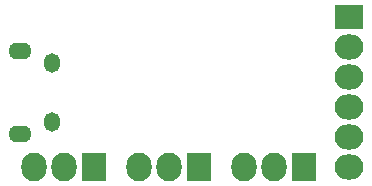
<source format=gbs>
G04 #@! TF.FileFunction,Soldermask,Bot*
%FSLAX46Y46*%
G04 Gerber Fmt 4.6, Leading zero omitted, Abs format (unit mm)*
G04 Created by KiCad (PCBNEW 4.0.0-stable) date Sunday, July 24, 2016 'PMt' 12:32:08 PM*
%MOMM*%
G01*
G04 APERTURE LIST*
%ADD10C,0.100000*%
%ADD11O,1.350000X1.650000*%
%ADD12O,1.950000X1.400000*%
%ADD13R,2.127200X2.432000*%
%ADD14O,2.127200X2.432000*%
%ADD15R,2.432000X2.127200*%
%ADD16O,2.432000X2.127200*%
G04 APERTURE END LIST*
D10*
D11*
X4102540Y10755900D03*
X4102540Y5755900D03*
D12*
X1402540Y11755900D03*
X1402540Y4755900D03*
D13*
X16510000Y1905000D03*
D14*
X13970000Y1905000D03*
X11430000Y1905000D03*
D13*
X7620000Y1905000D03*
D14*
X5080000Y1905000D03*
X2540000Y1905000D03*
D15*
X29210000Y14605000D03*
D16*
X29210000Y12065000D03*
X29210000Y9525000D03*
X29210000Y6985000D03*
X29210000Y4445000D03*
X29210000Y1905000D03*
D13*
X25400000Y1905000D03*
D14*
X22860000Y1905000D03*
X20320000Y1905000D03*
M02*

</source>
